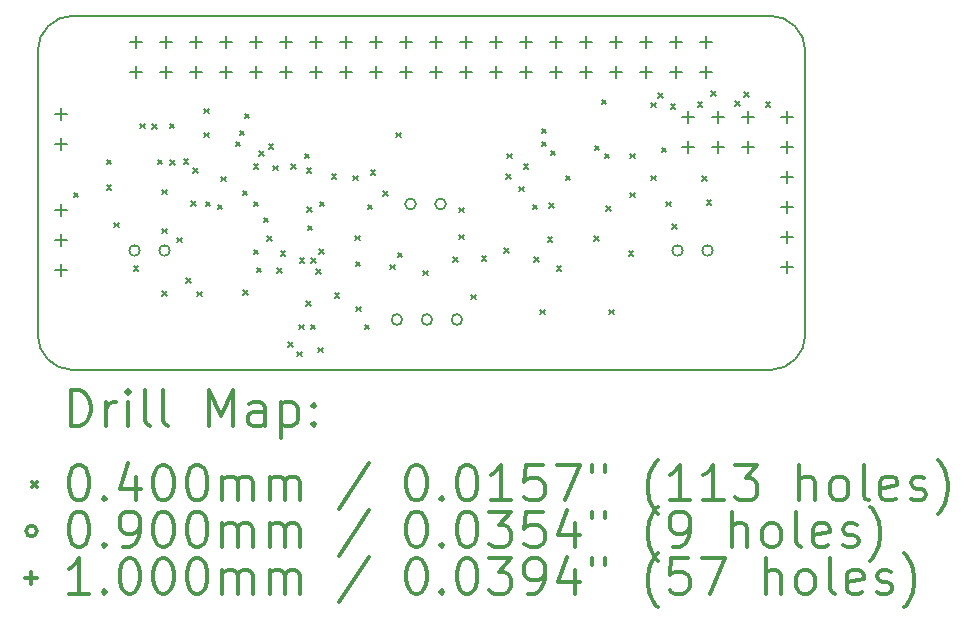
<source format=gbr>
%FSLAX45Y45*%
G04 Gerber Fmt 4.5, Leading zero omitted, Abs format (unit mm)*
G04 Created by KiCad (PCBNEW (5.1.10-1-10_14)) date 2021-10-18 21:09:25*
%MOMM*%
%LPD*%
G01*
G04 APERTURE LIST*
%TA.AperFunction,Profile*%
%ADD10C,0.150000*%
%TD*%
%ADD11C,0.200000*%
%ADD12C,0.300000*%
G04 APERTURE END LIST*
D10*
X12103200Y-12106800D02*
X12053200Y-12106800D01*
X17903200Y-12106800D02*
X17953200Y-12106800D01*
X18253200Y-9406800D02*
X18253200Y-11806800D01*
X12053200Y-9106800D02*
X17953200Y-9106800D01*
X11753200Y-11806800D02*
X11753200Y-9406800D01*
X11753200Y-9406800D02*
G75*
G02*
X12053200Y-9106800I300000J0D01*
G01*
X12053200Y-12106800D02*
G75*
G02*
X11753200Y-11806800I0J300000D01*
G01*
X18253200Y-11806800D02*
G75*
G02*
X17953200Y-12106800I-300000J0D01*
G01*
X17953200Y-9106800D02*
G75*
G02*
X18253200Y-9406800I0J-300000D01*
G01*
X12103200Y-12106800D02*
X17903200Y-12106800D01*
D11*
X12057800Y-10605200D02*
X12097800Y-10645200D01*
X12097800Y-10605200D02*
X12057800Y-10645200D01*
X12337200Y-10325800D02*
X12377200Y-10365800D01*
X12377200Y-10325800D02*
X12337200Y-10365800D01*
X12337200Y-10541700D02*
X12377200Y-10581700D01*
X12377200Y-10541700D02*
X12337200Y-10581700D01*
X12400700Y-10859200D02*
X12440700Y-10899200D01*
X12440700Y-10859200D02*
X12400700Y-10899200D01*
X12565800Y-11227500D02*
X12605800Y-11267500D01*
X12605800Y-11227500D02*
X12565800Y-11267500D01*
X12618199Y-10021000D02*
X12658199Y-10061000D01*
X12658199Y-10021000D02*
X12618199Y-10061000D01*
X12720634Y-10023603D02*
X12760634Y-10063603D01*
X12760634Y-10023603D02*
X12720634Y-10063603D01*
X12769466Y-10326266D02*
X12809466Y-10366266D01*
X12809466Y-10326266D02*
X12769466Y-10366266D01*
X12806899Y-10910872D02*
X12846899Y-10950872D01*
X12846899Y-10910872D02*
X12806899Y-10950872D01*
X12807100Y-11439701D02*
X12847100Y-11479701D01*
X12847100Y-11439701D02*
X12807100Y-11479701D01*
X12808261Y-10580029D02*
X12848261Y-10620029D01*
X12848261Y-10580029D02*
X12808261Y-10620029D01*
X12871066Y-10021000D02*
X12911066Y-10061000D01*
X12911066Y-10021000D02*
X12871066Y-10061000D01*
X12872199Y-10326870D02*
X12912199Y-10366870D01*
X12912199Y-10326870D02*
X12872199Y-10366870D01*
X12934100Y-10986200D02*
X12974100Y-11026200D01*
X12974100Y-10986200D02*
X12934100Y-11026200D01*
X12988393Y-10321812D02*
X13028393Y-10361812D01*
X13028393Y-10321812D02*
X12988393Y-10361812D01*
X13010300Y-11329100D02*
X13050300Y-11369100D01*
X13050300Y-11329100D02*
X13010300Y-11369100D01*
X13053400Y-10677701D02*
X13093400Y-10717701D01*
X13093400Y-10677701D02*
X13053400Y-10717701D01*
X13069384Y-10397226D02*
X13109384Y-10437226D01*
X13109384Y-10397226D02*
X13069384Y-10437226D01*
X13105993Y-11443239D02*
X13145993Y-11483239D01*
X13145993Y-11443239D02*
X13105993Y-11483239D01*
X13162700Y-9894000D02*
X13202700Y-9934000D01*
X13202700Y-9894000D02*
X13162700Y-9934000D01*
X13162700Y-10097200D02*
X13202700Y-10137200D01*
X13202700Y-10097200D02*
X13162700Y-10137200D01*
X13175400Y-10680803D02*
X13215400Y-10720803D01*
X13215400Y-10680803D02*
X13175400Y-10720803D01*
X13277000Y-10706800D02*
X13317000Y-10746800D01*
X13317000Y-10706800D02*
X13277000Y-10746800D01*
X13309215Y-10469727D02*
X13349215Y-10509727D01*
X13349215Y-10469727D02*
X13309215Y-10509727D01*
X13429192Y-10173978D02*
X13469192Y-10213978D01*
X13469192Y-10173978D02*
X13429192Y-10213978D01*
X13463069Y-10079890D02*
X13503069Y-10119890D01*
X13503069Y-10079890D02*
X13463069Y-10119890D01*
X13489598Y-10588801D02*
X13529598Y-10628801D01*
X13529598Y-10588801D02*
X13489598Y-10628801D01*
X13493698Y-11430700D02*
X13533698Y-11470700D01*
X13533698Y-11430700D02*
X13493698Y-11470700D01*
X13505600Y-9935302D02*
X13545600Y-9975302D01*
X13545600Y-9935302D02*
X13505600Y-9975302D01*
X13581800Y-10363900D02*
X13621800Y-10403900D01*
X13621800Y-10363900D02*
X13581800Y-10403900D01*
X13581800Y-10681400D02*
X13621800Y-10721400D01*
X13621800Y-10681400D02*
X13581800Y-10721400D01*
X13581800Y-11087800D02*
X13621800Y-11127800D01*
X13621800Y-11087800D02*
X13581800Y-11127800D01*
X13607200Y-11240200D02*
X13647200Y-11280200D01*
X13647200Y-11240200D02*
X13607200Y-11280200D01*
X13627129Y-10250857D02*
X13667129Y-10290857D01*
X13667129Y-10250857D02*
X13627129Y-10290857D01*
X13667654Y-10817122D02*
X13707654Y-10857122D01*
X13707654Y-10817122D02*
X13667654Y-10857122D01*
X13696100Y-10973500D02*
X13736100Y-11013500D01*
X13736100Y-10973500D02*
X13696100Y-11013500D01*
X13708698Y-10193006D02*
X13748698Y-10233006D01*
X13748698Y-10193006D02*
X13708698Y-10233006D01*
X13746900Y-10376600D02*
X13786900Y-10416600D01*
X13786900Y-10376600D02*
X13746900Y-10416600D01*
X13783309Y-11245501D02*
X13823309Y-11285501D01*
X13823309Y-11245501D02*
X13783309Y-11285501D01*
X13810400Y-11100500D02*
X13850400Y-11140500D01*
X13850400Y-11100500D02*
X13810400Y-11140500D01*
X13873900Y-11872401D02*
X13913900Y-11912401D01*
X13913900Y-11872401D02*
X13873900Y-11912401D01*
X13899300Y-10363900D02*
X13939300Y-10403900D01*
X13939300Y-10363900D02*
X13899300Y-10403900D01*
X13950100Y-11951400D02*
X13990100Y-11991400D01*
X13990100Y-11951400D02*
X13950100Y-11991400D01*
X13964399Y-11722800D02*
X14004399Y-11762800D01*
X14004399Y-11722800D02*
X13964399Y-11762800D01*
X13971380Y-11160926D02*
X14011380Y-11200926D01*
X14011380Y-11160926D02*
X13971380Y-11200926D01*
X14013600Y-10275000D02*
X14053600Y-10315000D01*
X14053600Y-10275000D02*
X14013600Y-10315000D01*
X14029365Y-11525644D02*
X14069365Y-11565644D01*
X14069365Y-11525644D02*
X14029365Y-11565644D01*
X14031231Y-10395163D02*
X14071231Y-10435163D01*
X14071231Y-10395163D02*
X14031231Y-10435163D01*
X14035876Y-10728693D02*
X14075876Y-10768693D01*
X14075876Y-10728693D02*
X14035876Y-10768693D01*
X14040180Y-10883384D02*
X14080180Y-10923384D01*
X14080180Y-10883384D02*
X14040180Y-10923384D01*
X14064400Y-11722800D02*
X14104400Y-11762800D01*
X14104400Y-11722800D02*
X14064400Y-11762800D01*
X14071345Y-11158238D02*
X14111345Y-11198238D01*
X14111345Y-11158238D02*
X14071345Y-11198238D01*
X14110932Y-11250070D02*
X14150932Y-11290070D01*
X14150932Y-11250070D02*
X14110932Y-11290070D01*
X14128231Y-11917403D02*
X14168231Y-11957403D01*
X14168231Y-11917403D02*
X14128231Y-11957403D01*
X14137691Y-11083416D02*
X14177691Y-11123416D01*
X14177691Y-11083416D02*
X14137691Y-11123416D01*
X14140600Y-10681400D02*
X14180600Y-10721400D01*
X14180600Y-10681400D02*
X14140600Y-10721400D01*
X14242200Y-10449101D02*
X14282200Y-10489101D01*
X14282200Y-10449101D02*
X14242200Y-10489101D01*
X14267600Y-11458301D02*
X14307600Y-11498301D01*
X14307600Y-11458301D02*
X14267600Y-11498301D01*
X14427399Y-10460625D02*
X14467399Y-10500625D01*
X14467399Y-10460625D02*
X14427399Y-10500625D01*
X14442198Y-10969088D02*
X14482198Y-11009088D01*
X14482198Y-10969088D02*
X14442198Y-11009088D01*
X14445400Y-11189400D02*
X14485400Y-11229400D01*
X14485400Y-11189400D02*
X14445400Y-11229400D01*
X14449099Y-11570400D02*
X14489099Y-11610400D01*
X14489099Y-11570400D02*
X14449099Y-11610400D01*
X14521600Y-11722800D02*
X14561600Y-11762800D01*
X14561600Y-11722800D02*
X14521600Y-11762800D01*
X14547000Y-10706800D02*
X14587000Y-10746800D01*
X14587000Y-10706800D02*
X14547000Y-10746800D01*
X14572400Y-10414700D02*
X14612400Y-10454700D01*
X14612400Y-10414700D02*
X14572400Y-10454700D01*
X14675593Y-10589298D02*
X14715593Y-10629298D01*
X14715593Y-10589298D02*
X14675593Y-10629298D01*
X14737500Y-11214800D02*
X14777500Y-11254800D01*
X14777500Y-11214800D02*
X14737500Y-11254800D01*
X14788200Y-10097200D02*
X14828200Y-10137200D01*
X14828200Y-10097200D02*
X14788200Y-10137200D01*
X14801000Y-11113200D02*
X14841000Y-11153200D01*
X14841000Y-11113200D02*
X14801000Y-11153200D01*
X15016900Y-11265600D02*
X15056900Y-11305600D01*
X15056900Y-11265600D02*
X15016900Y-11305600D01*
X15270900Y-11151300D02*
X15310900Y-11191300D01*
X15310900Y-11151300D02*
X15270900Y-11191300D01*
X15321700Y-10732200D02*
X15361700Y-10772200D01*
X15361700Y-10732200D02*
X15321700Y-10772200D01*
X15321700Y-10960800D02*
X15361700Y-11000800D01*
X15361700Y-10960800D02*
X15321700Y-11000800D01*
X15423300Y-11468800D02*
X15463300Y-11508800D01*
X15463300Y-11468800D02*
X15423300Y-11508800D01*
X15512100Y-11143300D02*
X15552100Y-11183300D01*
X15552100Y-11143300D02*
X15512100Y-11183300D01*
X15702700Y-11075100D02*
X15742700Y-11115100D01*
X15742700Y-11075100D02*
X15702700Y-11115100D01*
X15719099Y-10446513D02*
X15759099Y-10486513D01*
X15759099Y-10446513D02*
X15719099Y-10486513D01*
X15728100Y-10275000D02*
X15768100Y-10315000D01*
X15768100Y-10275000D02*
X15728100Y-10315000D01*
X15829700Y-10554400D02*
X15869700Y-10594400D01*
X15869700Y-10554400D02*
X15829700Y-10594400D01*
X15867800Y-10363900D02*
X15907800Y-10403900D01*
X15907800Y-10363900D02*
X15867800Y-10403900D01*
X15944000Y-10706800D02*
X15984000Y-10746800D01*
X15984000Y-10706800D02*
X15944000Y-10746800D01*
X15956700Y-11151300D02*
X15996700Y-11191300D01*
X15996700Y-11151300D02*
X15956700Y-11191300D01*
X16007500Y-11595800D02*
X16047500Y-11635800D01*
X16047500Y-11595800D02*
X16007500Y-11635800D01*
X16020200Y-10063404D02*
X16060200Y-10103404D01*
X16060200Y-10063404D02*
X16020200Y-10103404D01*
X16020200Y-10173400D02*
X16060200Y-10213400D01*
X16060200Y-10173400D02*
X16020200Y-10213400D01*
X16071000Y-10981400D02*
X16111000Y-11021400D01*
X16111000Y-10981400D02*
X16071000Y-11021400D01*
X16083700Y-10694100D02*
X16123700Y-10734100D01*
X16123700Y-10694100D02*
X16083700Y-10734100D01*
X16096400Y-10249600D02*
X16136400Y-10289600D01*
X16136400Y-10249600D02*
X16096400Y-10289600D01*
X16147200Y-11227500D02*
X16187200Y-11267500D01*
X16187200Y-11227500D02*
X16147200Y-11267500D01*
X16223400Y-10461801D02*
X16263400Y-10501801D01*
X16263400Y-10461801D02*
X16223400Y-10501801D01*
X16464700Y-10973500D02*
X16504700Y-11013500D01*
X16504700Y-10973500D02*
X16464700Y-11013500D01*
X16469518Y-10207023D02*
X16509518Y-10247023D01*
X16509518Y-10207023D02*
X16469518Y-10247023D01*
X16528200Y-9817800D02*
X16568200Y-9857800D01*
X16568200Y-9817800D02*
X16528200Y-9857800D01*
X16553600Y-10275000D02*
X16593600Y-10315000D01*
X16593600Y-10275000D02*
X16553600Y-10315000D01*
X16566300Y-10719500D02*
X16606300Y-10759500D01*
X16606300Y-10719500D02*
X16566300Y-10759500D01*
X16591700Y-11595800D02*
X16631700Y-11635800D01*
X16631700Y-11595800D02*
X16591700Y-11635800D01*
X16756800Y-11100500D02*
X16796800Y-11140500D01*
X16796800Y-11100500D02*
X16756800Y-11140500D01*
X16769500Y-10275001D02*
X16809500Y-10315001D01*
X16809500Y-10275001D02*
X16769500Y-10315001D01*
X16769500Y-10605200D02*
X16809500Y-10645200D01*
X16809500Y-10605200D02*
X16769500Y-10645200D01*
X16944598Y-10461801D02*
X16984598Y-10501801D01*
X16984598Y-10461801D02*
X16944598Y-10501801D01*
X16946181Y-9843388D02*
X16986181Y-9883388D01*
X16986181Y-9843388D02*
X16946181Y-9883388D01*
X17007149Y-9764121D02*
X17047149Y-9804121D01*
X17047149Y-9764121D02*
X17007149Y-9804121D01*
X17036200Y-10224200D02*
X17076200Y-10264200D01*
X17076200Y-10224200D02*
X17036200Y-10264200D01*
X17074300Y-10681400D02*
X17114300Y-10721400D01*
X17114300Y-10681400D02*
X17074300Y-10721400D01*
X17112400Y-9854800D02*
X17152400Y-9894800D01*
X17152400Y-9854800D02*
X17112400Y-9894800D01*
X17125100Y-10871900D02*
X17165100Y-10911900D01*
X17165100Y-10871900D02*
X17125100Y-10911900D01*
X17341000Y-9839501D02*
X17381000Y-9879501D01*
X17381000Y-9839501D02*
X17341000Y-9879501D01*
X17379100Y-10465500D02*
X17419100Y-10505500D01*
X17419100Y-10465500D02*
X17379100Y-10505500D01*
X17417200Y-10668700D02*
X17457200Y-10708700D01*
X17457200Y-10668700D02*
X17417200Y-10708700D01*
X17455300Y-9745299D02*
X17495300Y-9785299D01*
X17495300Y-9745299D02*
X17455300Y-9785299D01*
X17661700Y-9827300D02*
X17701700Y-9867300D01*
X17701700Y-9827300D02*
X17661700Y-9867300D01*
X17736992Y-9754799D02*
X17776992Y-9794799D01*
X17776992Y-9754799D02*
X17736992Y-9794799D01*
X17917366Y-9838334D02*
X17957366Y-9878334D01*
X17957366Y-9838334D02*
X17917366Y-9878334D01*
X12618100Y-11095100D02*
G75*
G03*
X12618100Y-11095100I-45000J0D01*
G01*
X12872100Y-11095100D02*
G75*
G03*
X12872100Y-11095100I-45000J0D01*
G01*
X14840600Y-11679300D02*
G75*
G03*
X14840600Y-11679300I-45000J0D01*
G01*
X14954900Y-10701400D02*
G75*
G03*
X14954900Y-10701400I-45000J0D01*
G01*
X15094600Y-11679300D02*
G75*
G03*
X15094600Y-11679300I-45000J0D01*
G01*
X15208900Y-10701400D02*
G75*
G03*
X15208900Y-10701400I-45000J0D01*
G01*
X15348600Y-11679300D02*
G75*
G03*
X15348600Y-11679300I-45000J0D01*
G01*
X17215500Y-11095100D02*
G75*
G03*
X17215500Y-11095100I-45000J0D01*
G01*
X17469500Y-11095100D02*
G75*
G03*
X17469500Y-11095100I-45000J0D01*
G01*
X11950800Y-9889400D02*
X11950800Y-9989400D01*
X11900800Y-9939400D02*
X12000800Y-9939400D01*
X11950800Y-10143400D02*
X11950800Y-10243400D01*
X11900800Y-10193400D02*
X12000800Y-10193400D01*
X11950800Y-10702200D02*
X11950800Y-10802200D01*
X11900800Y-10752200D02*
X12000800Y-10752200D01*
X11950800Y-10956200D02*
X11950800Y-11056200D01*
X11900800Y-11006200D02*
X12000800Y-11006200D01*
X11950800Y-11210200D02*
X11950800Y-11310200D01*
X11900800Y-11260200D02*
X12000800Y-11260200D01*
X12585800Y-9279800D02*
X12585800Y-9379800D01*
X12535800Y-9329800D02*
X12635800Y-9329800D01*
X12585800Y-9533800D02*
X12585800Y-9633800D01*
X12535800Y-9583800D02*
X12635800Y-9583800D01*
X12839800Y-9279800D02*
X12839800Y-9379800D01*
X12789800Y-9329800D02*
X12889800Y-9329800D01*
X12839800Y-9533800D02*
X12839800Y-9633800D01*
X12789800Y-9583800D02*
X12889800Y-9583800D01*
X13093800Y-9279800D02*
X13093800Y-9379800D01*
X13043800Y-9329800D02*
X13143800Y-9329800D01*
X13093800Y-9533800D02*
X13093800Y-9633800D01*
X13043800Y-9583800D02*
X13143800Y-9583800D01*
X13347800Y-9279800D02*
X13347800Y-9379800D01*
X13297800Y-9329800D02*
X13397800Y-9329800D01*
X13347800Y-9533800D02*
X13347800Y-9633800D01*
X13297800Y-9583800D02*
X13397800Y-9583800D01*
X13601800Y-9279800D02*
X13601800Y-9379800D01*
X13551800Y-9329800D02*
X13651800Y-9329800D01*
X13601800Y-9533800D02*
X13601800Y-9633800D01*
X13551800Y-9583800D02*
X13651800Y-9583800D01*
X13855800Y-9279800D02*
X13855800Y-9379800D01*
X13805800Y-9329800D02*
X13905800Y-9329800D01*
X13855800Y-9533800D02*
X13855800Y-9633800D01*
X13805800Y-9583800D02*
X13905800Y-9583800D01*
X14109800Y-9279800D02*
X14109800Y-9379800D01*
X14059800Y-9329800D02*
X14159800Y-9329800D01*
X14109800Y-9533800D02*
X14109800Y-9633800D01*
X14059800Y-9583800D02*
X14159800Y-9583800D01*
X14363800Y-9279800D02*
X14363800Y-9379800D01*
X14313800Y-9329800D02*
X14413800Y-9329800D01*
X14363800Y-9533800D02*
X14363800Y-9633800D01*
X14313800Y-9583800D02*
X14413800Y-9583800D01*
X14617800Y-9279800D02*
X14617800Y-9379800D01*
X14567800Y-9329800D02*
X14667800Y-9329800D01*
X14617800Y-9533800D02*
X14617800Y-9633800D01*
X14567800Y-9583800D02*
X14667800Y-9583800D01*
X14871800Y-9279800D02*
X14871800Y-9379800D01*
X14821800Y-9329800D02*
X14921800Y-9329800D01*
X14871800Y-9533800D02*
X14871800Y-9633800D01*
X14821800Y-9583800D02*
X14921800Y-9583800D01*
X15125800Y-9279800D02*
X15125800Y-9379800D01*
X15075800Y-9329800D02*
X15175800Y-9329800D01*
X15125800Y-9533800D02*
X15125800Y-9633800D01*
X15075800Y-9583800D02*
X15175800Y-9583800D01*
X15379800Y-9279800D02*
X15379800Y-9379800D01*
X15329800Y-9329800D02*
X15429800Y-9329800D01*
X15379800Y-9533800D02*
X15379800Y-9633800D01*
X15329800Y-9583800D02*
X15429800Y-9583800D01*
X15633800Y-9279800D02*
X15633800Y-9379800D01*
X15583800Y-9329800D02*
X15683800Y-9329800D01*
X15633800Y-9533800D02*
X15633800Y-9633800D01*
X15583800Y-9583800D02*
X15683800Y-9583800D01*
X15887800Y-9279800D02*
X15887800Y-9379800D01*
X15837800Y-9329800D02*
X15937800Y-9329800D01*
X15887800Y-9533800D02*
X15887800Y-9633800D01*
X15837800Y-9583800D02*
X15937800Y-9583800D01*
X16141800Y-9279800D02*
X16141800Y-9379800D01*
X16091800Y-9329800D02*
X16191800Y-9329800D01*
X16141800Y-9533800D02*
X16141800Y-9633800D01*
X16091800Y-9583800D02*
X16191800Y-9583800D01*
X16395800Y-9279800D02*
X16395800Y-9379800D01*
X16345800Y-9329800D02*
X16445800Y-9329800D01*
X16395800Y-9533800D02*
X16395800Y-9633800D01*
X16345800Y-9583800D02*
X16445800Y-9583800D01*
X16649800Y-9279800D02*
X16649800Y-9379800D01*
X16599800Y-9329800D02*
X16699800Y-9329800D01*
X16649800Y-9533800D02*
X16649800Y-9633800D01*
X16599800Y-9583800D02*
X16699800Y-9583800D01*
X16903800Y-9279800D02*
X16903800Y-9379800D01*
X16853800Y-9329800D02*
X16953800Y-9329800D01*
X16903800Y-9533800D02*
X16903800Y-9633800D01*
X16853800Y-9583800D02*
X16953800Y-9583800D01*
X17157800Y-9279800D02*
X17157800Y-9379800D01*
X17107800Y-9329800D02*
X17207800Y-9329800D01*
X17157800Y-9533800D02*
X17157800Y-9633800D01*
X17107800Y-9583800D02*
X17207800Y-9583800D01*
X17259400Y-9914800D02*
X17259400Y-10014800D01*
X17209400Y-9964800D02*
X17309400Y-9964800D01*
X17259400Y-10168800D02*
X17259400Y-10268800D01*
X17209400Y-10218800D02*
X17309400Y-10218800D01*
X17411800Y-9279800D02*
X17411800Y-9379800D01*
X17361800Y-9329800D02*
X17461800Y-9329800D01*
X17411800Y-9533800D02*
X17411800Y-9633800D01*
X17361800Y-9583800D02*
X17461800Y-9583800D01*
X17513400Y-9914800D02*
X17513400Y-10014800D01*
X17463400Y-9964800D02*
X17563400Y-9964800D01*
X17513400Y-10168800D02*
X17513400Y-10268800D01*
X17463400Y-10218800D02*
X17563400Y-10218800D01*
X17767400Y-9914800D02*
X17767400Y-10014800D01*
X17717400Y-9964800D02*
X17817400Y-9964800D01*
X17767400Y-10168800D02*
X17767400Y-10268800D01*
X17717400Y-10218800D02*
X17817400Y-10218800D01*
X18097600Y-9914800D02*
X18097600Y-10014800D01*
X18047600Y-9964800D02*
X18147600Y-9964800D01*
X18097600Y-10168800D02*
X18097600Y-10268800D01*
X18047600Y-10218800D02*
X18147600Y-10218800D01*
X18097600Y-10422800D02*
X18097600Y-10522800D01*
X18047600Y-10472800D02*
X18147600Y-10472800D01*
X18097600Y-10676800D02*
X18097600Y-10776800D01*
X18047600Y-10726800D02*
X18147600Y-10726800D01*
X18097600Y-10930800D02*
X18097600Y-11030800D01*
X18047600Y-10980800D02*
X18147600Y-10980800D01*
X18097600Y-11184800D02*
X18097600Y-11284800D01*
X18047600Y-11234800D02*
X18147600Y-11234800D01*
D12*
X12032128Y-12580014D02*
X12032128Y-12280014D01*
X12103557Y-12280014D01*
X12146414Y-12294300D01*
X12174986Y-12322871D01*
X12189271Y-12351443D01*
X12203557Y-12408586D01*
X12203557Y-12451443D01*
X12189271Y-12508586D01*
X12174986Y-12537157D01*
X12146414Y-12565729D01*
X12103557Y-12580014D01*
X12032128Y-12580014D01*
X12332128Y-12580014D02*
X12332128Y-12380014D01*
X12332128Y-12437157D02*
X12346414Y-12408586D01*
X12360700Y-12394300D01*
X12389271Y-12380014D01*
X12417843Y-12380014D01*
X12517843Y-12580014D02*
X12517843Y-12380014D01*
X12517843Y-12280014D02*
X12503557Y-12294300D01*
X12517843Y-12308586D01*
X12532128Y-12294300D01*
X12517843Y-12280014D01*
X12517843Y-12308586D01*
X12703557Y-12580014D02*
X12674986Y-12565729D01*
X12660700Y-12537157D01*
X12660700Y-12280014D01*
X12860700Y-12580014D02*
X12832128Y-12565729D01*
X12817843Y-12537157D01*
X12817843Y-12280014D01*
X13203557Y-12580014D02*
X13203557Y-12280014D01*
X13303557Y-12494300D01*
X13403557Y-12280014D01*
X13403557Y-12580014D01*
X13674986Y-12580014D02*
X13674986Y-12422871D01*
X13660700Y-12394300D01*
X13632128Y-12380014D01*
X13574986Y-12380014D01*
X13546414Y-12394300D01*
X13674986Y-12565729D02*
X13646414Y-12580014D01*
X13574986Y-12580014D01*
X13546414Y-12565729D01*
X13532128Y-12537157D01*
X13532128Y-12508586D01*
X13546414Y-12480014D01*
X13574986Y-12465729D01*
X13646414Y-12465729D01*
X13674986Y-12451443D01*
X13817843Y-12380014D02*
X13817843Y-12680014D01*
X13817843Y-12394300D02*
X13846414Y-12380014D01*
X13903557Y-12380014D01*
X13932128Y-12394300D01*
X13946414Y-12408586D01*
X13960700Y-12437157D01*
X13960700Y-12522871D01*
X13946414Y-12551443D01*
X13932128Y-12565729D01*
X13903557Y-12580014D01*
X13846414Y-12580014D01*
X13817843Y-12565729D01*
X14089271Y-12551443D02*
X14103557Y-12565729D01*
X14089271Y-12580014D01*
X14074986Y-12565729D01*
X14089271Y-12551443D01*
X14089271Y-12580014D01*
X14089271Y-12394300D02*
X14103557Y-12408586D01*
X14089271Y-12422871D01*
X14074986Y-12408586D01*
X14089271Y-12394300D01*
X14089271Y-12422871D01*
X11705700Y-13054300D02*
X11745700Y-13094300D01*
X11745700Y-13054300D02*
X11705700Y-13094300D01*
X12089271Y-12910014D02*
X12117843Y-12910014D01*
X12146414Y-12924300D01*
X12160700Y-12938586D01*
X12174986Y-12967157D01*
X12189271Y-13024300D01*
X12189271Y-13095729D01*
X12174986Y-13152871D01*
X12160700Y-13181443D01*
X12146414Y-13195729D01*
X12117843Y-13210014D01*
X12089271Y-13210014D01*
X12060700Y-13195729D01*
X12046414Y-13181443D01*
X12032128Y-13152871D01*
X12017843Y-13095729D01*
X12017843Y-13024300D01*
X12032128Y-12967157D01*
X12046414Y-12938586D01*
X12060700Y-12924300D01*
X12089271Y-12910014D01*
X12317843Y-13181443D02*
X12332128Y-13195729D01*
X12317843Y-13210014D01*
X12303557Y-13195729D01*
X12317843Y-13181443D01*
X12317843Y-13210014D01*
X12589271Y-13010014D02*
X12589271Y-13210014D01*
X12517843Y-12895729D02*
X12446414Y-13110014D01*
X12632128Y-13110014D01*
X12803557Y-12910014D02*
X12832128Y-12910014D01*
X12860700Y-12924300D01*
X12874986Y-12938586D01*
X12889271Y-12967157D01*
X12903557Y-13024300D01*
X12903557Y-13095729D01*
X12889271Y-13152871D01*
X12874986Y-13181443D01*
X12860700Y-13195729D01*
X12832128Y-13210014D01*
X12803557Y-13210014D01*
X12774986Y-13195729D01*
X12760700Y-13181443D01*
X12746414Y-13152871D01*
X12732128Y-13095729D01*
X12732128Y-13024300D01*
X12746414Y-12967157D01*
X12760700Y-12938586D01*
X12774986Y-12924300D01*
X12803557Y-12910014D01*
X13089271Y-12910014D02*
X13117843Y-12910014D01*
X13146414Y-12924300D01*
X13160700Y-12938586D01*
X13174986Y-12967157D01*
X13189271Y-13024300D01*
X13189271Y-13095729D01*
X13174986Y-13152871D01*
X13160700Y-13181443D01*
X13146414Y-13195729D01*
X13117843Y-13210014D01*
X13089271Y-13210014D01*
X13060700Y-13195729D01*
X13046414Y-13181443D01*
X13032128Y-13152871D01*
X13017843Y-13095729D01*
X13017843Y-13024300D01*
X13032128Y-12967157D01*
X13046414Y-12938586D01*
X13060700Y-12924300D01*
X13089271Y-12910014D01*
X13317843Y-13210014D02*
X13317843Y-13010014D01*
X13317843Y-13038586D02*
X13332128Y-13024300D01*
X13360700Y-13010014D01*
X13403557Y-13010014D01*
X13432128Y-13024300D01*
X13446414Y-13052871D01*
X13446414Y-13210014D01*
X13446414Y-13052871D02*
X13460700Y-13024300D01*
X13489271Y-13010014D01*
X13532128Y-13010014D01*
X13560700Y-13024300D01*
X13574986Y-13052871D01*
X13574986Y-13210014D01*
X13717843Y-13210014D02*
X13717843Y-13010014D01*
X13717843Y-13038586D02*
X13732128Y-13024300D01*
X13760700Y-13010014D01*
X13803557Y-13010014D01*
X13832128Y-13024300D01*
X13846414Y-13052871D01*
X13846414Y-13210014D01*
X13846414Y-13052871D02*
X13860700Y-13024300D01*
X13889271Y-13010014D01*
X13932128Y-13010014D01*
X13960700Y-13024300D01*
X13974986Y-13052871D01*
X13974986Y-13210014D01*
X14560700Y-12895729D02*
X14303557Y-13281443D01*
X14946414Y-12910014D02*
X14974986Y-12910014D01*
X15003557Y-12924300D01*
X15017843Y-12938586D01*
X15032128Y-12967157D01*
X15046414Y-13024300D01*
X15046414Y-13095729D01*
X15032128Y-13152871D01*
X15017843Y-13181443D01*
X15003557Y-13195729D01*
X14974986Y-13210014D01*
X14946414Y-13210014D01*
X14917843Y-13195729D01*
X14903557Y-13181443D01*
X14889271Y-13152871D01*
X14874986Y-13095729D01*
X14874986Y-13024300D01*
X14889271Y-12967157D01*
X14903557Y-12938586D01*
X14917843Y-12924300D01*
X14946414Y-12910014D01*
X15174986Y-13181443D02*
X15189271Y-13195729D01*
X15174986Y-13210014D01*
X15160700Y-13195729D01*
X15174986Y-13181443D01*
X15174986Y-13210014D01*
X15374986Y-12910014D02*
X15403557Y-12910014D01*
X15432128Y-12924300D01*
X15446414Y-12938586D01*
X15460700Y-12967157D01*
X15474986Y-13024300D01*
X15474986Y-13095729D01*
X15460700Y-13152871D01*
X15446414Y-13181443D01*
X15432128Y-13195729D01*
X15403557Y-13210014D01*
X15374986Y-13210014D01*
X15346414Y-13195729D01*
X15332128Y-13181443D01*
X15317843Y-13152871D01*
X15303557Y-13095729D01*
X15303557Y-13024300D01*
X15317843Y-12967157D01*
X15332128Y-12938586D01*
X15346414Y-12924300D01*
X15374986Y-12910014D01*
X15760700Y-13210014D02*
X15589271Y-13210014D01*
X15674986Y-13210014D02*
X15674986Y-12910014D01*
X15646414Y-12952871D01*
X15617843Y-12981443D01*
X15589271Y-12995729D01*
X16032128Y-12910014D02*
X15889271Y-12910014D01*
X15874986Y-13052871D01*
X15889271Y-13038586D01*
X15917843Y-13024300D01*
X15989271Y-13024300D01*
X16017843Y-13038586D01*
X16032128Y-13052871D01*
X16046414Y-13081443D01*
X16046414Y-13152871D01*
X16032128Y-13181443D01*
X16017843Y-13195729D01*
X15989271Y-13210014D01*
X15917843Y-13210014D01*
X15889271Y-13195729D01*
X15874986Y-13181443D01*
X16146414Y-12910014D02*
X16346414Y-12910014D01*
X16217843Y-13210014D01*
X16446414Y-12910014D02*
X16446414Y-12967157D01*
X16560700Y-12910014D02*
X16560700Y-12967157D01*
X17003557Y-13324300D02*
X16989271Y-13310014D01*
X16960700Y-13267157D01*
X16946414Y-13238586D01*
X16932128Y-13195729D01*
X16917843Y-13124300D01*
X16917843Y-13067157D01*
X16932128Y-12995729D01*
X16946414Y-12952871D01*
X16960700Y-12924300D01*
X16989271Y-12881443D01*
X17003557Y-12867157D01*
X17274986Y-13210014D02*
X17103557Y-13210014D01*
X17189271Y-13210014D02*
X17189271Y-12910014D01*
X17160700Y-12952871D01*
X17132128Y-12981443D01*
X17103557Y-12995729D01*
X17560700Y-13210014D02*
X17389271Y-13210014D01*
X17474986Y-13210014D02*
X17474986Y-12910014D01*
X17446414Y-12952871D01*
X17417843Y-12981443D01*
X17389271Y-12995729D01*
X17660700Y-12910014D02*
X17846414Y-12910014D01*
X17746414Y-13024300D01*
X17789271Y-13024300D01*
X17817843Y-13038586D01*
X17832128Y-13052871D01*
X17846414Y-13081443D01*
X17846414Y-13152871D01*
X17832128Y-13181443D01*
X17817843Y-13195729D01*
X17789271Y-13210014D01*
X17703557Y-13210014D01*
X17674986Y-13195729D01*
X17660700Y-13181443D01*
X18203557Y-13210014D02*
X18203557Y-12910014D01*
X18332128Y-13210014D02*
X18332128Y-13052871D01*
X18317843Y-13024300D01*
X18289271Y-13010014D01*
X18246414Y-13010014D01*
X18217843Y-13024300D01*
X18203557Y-13038586D01*
X18517843Y-13210014D02*
X18489271Y-13195729D01*
X18474986Y-13181443D01*
X18460700Y-13152871D01*
X18460700Y-13067157D01*
X18474986Y-13038586D01*
X18489271Y-13024300D01*
X18517843Y-13010014D01*
X18560700Y-13010014D01*
X18589271Y-13024300D01*
X18603557Y-13038586D01*
X18617843Y-13067157D01*
X18617843Y-13152871D01*
X18603557Y-13181443D01*
X18589271Y-13195729D01*
X18560700Y-13210014D01*
X18517843Y-13210014D01*
X18789271Y-13210014D02*
X18760700Y-13195729D01*
X18746414Y-13167157D01*
X18746414Y-12910014D01*
X19017843Y-13195729D02*
X18989271Y-13210014D01*
X18932128Y-13210014D01*
X18903557Y-13195729D01*
X18889271Y-13167157D01*
X18889271Y-13052871D01*
X18903557Y-13024300D01*
X18932128Y-13010014D01*
X18989271Y-13010014D01*
X19017843Y-13024300D01*
X19032128Y-13052871D01*
X19032128Y-13081443D01*
X18889271Y-13110014D01*
X19146414Y-13195729D02*
X19174986Y-13210014D01*
X19232128Y-13210014D01*
X19260700Y-13195729D01*
X19274986Y-13167157D01*
X19274986Y-13152871D01*
X19260700Y-13124300D01*
X19232128Y-13110014D01*
X19189271Y-13110014D01*
X19160700Y-13095729D01*
X19146414Y-13067157D01*
X19146414Y-13052871D01*
X19160700Y-13024300D01*
X19189271Y-13010014D01*
X19232128Y-13010014D01*
X19260700Y-13024300D01*
X19374986Y-13324300D02*
X19389271Y-13310014D01*
X19417843Y-13267157D01*
X19432128Y-13238586D01*
X19446414Y-13195729D01*
X19460700Y-13124300D01*
X19460700Y-13067157D01*
X19446414Y-12995729D01*
X19432128Y-12952871D01*
X19417843Y-12924300D01*
X19389271Y-12881443D01*
X19374986Y-12867157D01*
X11745700Y-13470300D02*
G75*
G03*
X11745700Y-13470300I-45000J0D01*
G01*
X12089271Y-13306014D02*
X12117843Y-13306014D01*
X12146414Y-13320300D01*
X12160700Y-13334586D01*
X12174986Y-13363157D01*
X12189271Y-13420300D01*
X12189271Y-13491729D01*
X12174986Y-13548871D01*
X12160700Y-13577443D01*
X12146414Y-13591729D01*
X12117843Y-13606014D01*
X12089271Y-13606014D01*
X12060700Y-13591729D01*
X12046414Y-13577443D01*
X12032128Y-13548871D01*
X12017843Y-13491729D01*
X12017843Y-13420300D01*
X12032128Y-13363157D01*
X12046414Y-13334586D01*
X12060700Y-13320300D01*
X12089271Y-13306014D01*
X12317843Y-13577443D02*
X12332128Y-13591729D01*
X12317843Y-13606014D01*
X12303557Y-13591729D01*
X12317843Y-13577443D01*
X12317843Y-13606014D01*
X12474986Y-13606014D02*
X12532128Y-13606014D01*
X12560700Y-13591729D01*
X12574986Y-13577443D01*
X12603557Y-13534586D01*
X12617843Y-13477443D01*
X12617843Y-13363157D01*
X12603557Y-13334586D01*
X12589271Y-13320300D01*
X12560700Y-13306014D01*
X12503557Y-13306014D01*
X12474986Y-13320300D01*
X12460700Y-13334586D01*
X12446414Y-13363157D01*
X12446414Y-13434586D01*
X12460700Y-13463157D01*
X12474986Y-13477443D01*
X12503557Y-13491729D01*
X12560700Y-13491729D01*
X12589271Y-13477443D01*
X12603557Y-13463157D01*
X12617843Y-13434586D01*
X12803557Y-13306014D02*
X12832128Y-13306014D01*
X12860700Y-13320300D01*
X12874986Y-13334586D01*
X12889271Y-13363157D01*
X12903557Y-13420300D01*
X12903557Y-13491729D01*
X12889271Y-13548871D01*
X12874986Y-13577443D01*
X12860700Y-13591729D01*
X12832128Y-13606014D01*
X12803557Y-13606014D01*
X12774986Y-13591729D01*
X12760700Y-13577443D01*
X12746414Y-13548871D01*
X12732128Y-13491729D01*
X12732128Y-13420300D01*
X12746414Y-13363157D01*
X12760700Y-13334586D01*
X12774986Y-13320300D01*
X12803557Y-13306014D01*
X13089271Y-13306014D02*
X13117843Y-13306014D01*
X13146414Y-13320300D01*
X13160700Y-13334586D01*
X13174986Y-13363157D01*
X13189271Y-13420300D01*
X13189271Y-13491729D01*
X13174986Y-13548871D01*
X13160700Y-13577443D01*
X13146414Y-13591729D01*
X13117843Y-13606014D01*
X13089271Y-13606014D01*
X13060700Y-13591729D01*
X13046414Y-13577443D01*
X13032128Y-13548871D01*
X13017843Y-13491729D01*
X13017843Y-13420300D01*
X13032128Y-13363157D01*
X13046414Y-13334586D01*
X13060700Y-13320300D01*
X13089271Y-13306014D01*
X13317843Y-13606014D02*
X13317843Y-13406014D01*
X13317843Y-13434586D02*
X13332128Y-13420300D01*
X13360700Y-13406014D01*
X13403557Y-13406014D01*
X13432128Y-13420300D01*
X13446414Y-13448871D01*
X13446414Y-13606014D01*
X13446414Y-13448871D02*
X13460700Y-13420300D01*
X13489271Y-13406014D01*
X13532128Y-13406014D01*
X13560700Y-13420300D01*
X13574986Y-13448871D01*
X13574986Y-13606014D01*
X13717843Y-13606014D02*
X13717843Y-13406014D01*
X13717843Y-13434586D02*
X13732128Y-13420300D01*
X13760700Y-13406014D01*
X13803557Y-13406014D01*
X13832128Y-13420300D01*
X13846414Y-13448871D01*
X13846414Y-13606014D01*
X13846414Y-13448871D02*
X13860700Y-13420300D01*
X13889271Y-13406014D01*
X13932128Y-13406014D01*
X13960700Y-13420300D01*
X13974986Y-13448871D01*
X13974986Y-13606014D01*
X14560700Y-13291729D02*
X14303557Y-13677443D01*
X14946414Y-13306014D02*
X14974986Y-13306014D01*
X15003557Y-13320300D01*
X15017843Y-13334586D01*
X15032128Y-13363157D01*
X15046414Y-13420300D01*
X15046414Y-13491729D01*
X15032128Y-13548871D01*
X15017843Y-13577443D01*
X15003557Y-13591729D01*
X14974986Y-13606014D01*
X14946414Y-13606014D01*
X14917843Y-13591729D01*
X14903557Y-13577443D01*
X14889271Y-13548871D01*
X14874986Y-13491729D01*
X14874986Y-13420300D01*
X14889271Y-13363157D01*
X14903557Y-13334586D01*
X14917843Y-13320300D01*
X14946414Y-13306014D01*
X15174986Y-13577443D02*
X15189271Y-13591729D01*
X15174986Y-13606014D01*
X15160700Y-13591729D01*
X15174986Y-13577443D01*
X15174986Y-13606014D01*
X15374986Y-13306014D02*
X15403557Y-13306014D01*
X15432128Y-13320300D01*
X15446414Y-13334586D01*
X15460700Y-13363157D01*
X15474986Y-13420300D01*
X15474986Y-13491729D01*
X15460700Y-13548871D01*
X15446414Y-13577443D01*
X15432128Y-13591729D01*
X15403557Y-13606014D01*
X15374986Y-13606014D01*
X15346414Y-13591729D01*
X15332128Y-13577443D01*
X15317843Y-13548871D01*
X15303557Y-13491729D01*
X15303557Y-13420300D01*
X15317843Y-13363157D01*
X15332128Y-13334586D01*
X15346414Y-13320300D01*
X15374986Y-13306014D01*
X15574986Y-13306014D02*
X15760700Y-13306014D01*
X15660700Y-13420300D01*
X15703557Y-13420300D01*
X15732128Y-13434586D01*
X15746414Y-13448871D01*
X15760700Y-13477443D01*
X15760700Y-13548871D01*
X15746414Y-13577443D01*
X15732128Y-13591729D01*
X15703557Y-13606014D01*
X15617843Y-13606014D01*
X15589271Y-13591729D01*
X15574986Y-13577443D01*
X16032128Y-13306014D02*
X15889271Y-13306014D01*
X15874986Y-13448871D01*
X15889271Y-13434586D01*
X15917843Y-13420300D01*
X15989271Y-13420300D01*
X16017843Y-13434586D01*
X16032128Y-13448871D01*
X16046414Y-13477443D01*
X16046414Y-13548871D01*
X16032128Y-13577443D01*
X16017843Y-13591729D01*
X15989271Y-13606014D01*
X15917843Y-13606014D01*
X15889271Y-13591729D01*
X15874986Y-13577443D01*
X16303557Y-13406014D02*
X16303557Y-13606014D01*
X16232128Y-13291729D02*
X16160700Y-13506014D01*
X16346414Y-13506014D01*
X16446414Y-13306014D02*
X16446414Y-13363157D01*
X16560700Y-13306014D02*
X16560700Y-13363157D01*
X17003557Y-13720300D02*
X16989271Y-13706014D01*
X16960700Y-13663157D01*
X16946414Y-13634586D01*
X16932128Y-13591729D01*
X16917843Y-13520300D01*
X16917843Y-13463157D01*
X16932128Y-13391729D01*
X16946414Y-13348871D01*
X16960700Y-13320300D01*
X16989271Y-13277443D01*
X17003557Y-13263157D01*
X17132128Y-13606014D02*
X17189271Y-13606014D01*
X17217843Y-13591729D01*
X17232128Y-13577443D01*
X17260700Y-13534586D01*
X17274986Y-13477443D01*
X17274986Y-13363157D01*
X17260700Y-13334586D01*
X17246414Y-13320300D01*
X17217843Y-13306014D01*
X17160700Y-13306014D01*
X17132128Y-13320300D01*
X17117843Y-13334586D01*
X17103557Y-13363157D01*
X17103557Y-13434586D01*
X17117843Y-13463157D01*
X17132128Y-13477443D01*
X17160700Y-13491729D01*
X17217843Y-13491729D01*
X17246414Y-13477443D01*
X17260700Y-13463157D01*
X17274986Y-13434586D01*
X17632128Y-13606014D02*
X17632128Y-13306014D01*
X17760700Y-13606014D02*
X17760700Y-13448871D01*
X17746414Y-13420300D01*
X17717843Y-13406014D01*
X17674986Y-13406014D01*
X17646414Y-13420300D01*
X17632128Y-13434586D01*
X17946414Y-13606014D02*
X17917843Y-13591729D01*
X17903557Y-13577443D01*
X17889271Y-13548871D01*
X17889271Y-13463157D01*
X17903557Y-13434586D01*
X17917843Y-13420300D01*
X17946414Y-13406014D01*
X17989271Y-13406014D01*
X18017843Y-13420300D01*
X18032128Y-13434586D01*
X18046414Y-13463157D01*
X18046414Y-13548871D01*
X18032128Y-13577443D01*
X18017843Y-13591729D01*
X17989271Y-13606014D01*
X17946414Y-13606014D01*
X18217843Y-13606014D02*
X18189271Y-13591729D01*
X18174986Y-13563157D01*
X18174986Y-13306014D01*
X18446414Y-13591729D02*
X18417843Y-13606014D01*
X18360700Y-13606014D01*
X18332128Y-13591729D01*
X18317843Y-13563157D01*
X18317843Y-13448871D01*
X18332128Y-13420300D01*
X18360700Y-13406014D01*
X18417843Y-13406014D01*
X18446414Y-13420300D01*
X18460700Y-13448871D01*
X18460700Y-13477443D01*
X18317843Y-13506014D01*
X18574986Y-13591729D02*
X18603557Y-13606014D01*
X18660700Y-13606014D01*
X18689271Y-13591729D01*
X18703557Y-13563157D01*
X18703557Y-13548871D01*
X18689271Y-13520300D01*
X18660700Y-13506014D01*
X18617843Y-13506014D01*
X18589271Y-13491729D01*
X18574986Y-13463157D01*
X18574986Y-13448871D01*
X18589271Y-13420300D01*
X18617843Y-13406014D01*
X18660700Y-13406014D01*
X18689271Y-13420300D01*
X18803557Y-13720300D02*
X18817843Y-13706014D01*
X18846414Y-13663157D01*
X18860700Y-13634586D01*
X18874986Y-13591729D01*
X18889271Y-13520300D01*
X18889271Y-13463157D01*
X18874986Y-13391729D01*
X18860700Y-13348871D01*
X18846414Y-13320300D01*
X18817843Y-13277443D01*
X18803557Y-13263157D01*
X11695700Y-13816300D02*
X11695700Y-13916300D01*
X11645700Y-13866300D02*
X11745700Y-13866300D01*
X12189271Y-14002014D02*
X12017843Y-14002014D01*
X12103557Y-14002014D02*
X12103557Y-13702014D01*
X12074986Y-13744871D01*
X12046414Y-13773443D01*
X12017843Y-13787729D01*
X12317843Y-13973443D02*
X12332128Y-13987729D01*
X12317843Y-14002014D01*
X12303557Y-13987729D01*
X12317843Y-13973443D01*
X12317843Y-14002014D01*
X12517843Y-13702014D02*
X12546414Y-13702014D01*
X12574986Y-13716300D01*
X12589271Y-13730586D01*
X12603557Y-13759157D01*
X12617843Y-13816300D01*
X12617843Y-13887729D01*
X12603557Y-13944871D01*
X12589271Y-13973443D01*
X12574986Y-13987729D01*
X12546414Y-14002014D01*
X12517843Y-14002014D01*
X12489271Y-13987729D01*
X12474986Y-13973443D01*
X12460700Y-13944871D01*
X12446414Y-13887729D01*
X12446414Y-13816300D01*
X12460700Y-13759157D01*
X12474986Y-13730586D01*
X12489271Y-13716300D01*
X12517843Y-13702014D01*
X12803557Y-13702014D02*
X12832128Y-13702014D01*
X12860700Y-13716300D01*
X12874986Y-13730586D01*
X12889271Y-13759157D01*
X12903557Y-13816300D01*
X12903557Y-13887729D01*
X12889271Y-13944871D01*
X12874986Y-13973443D01*
X12860700Y-13987729D01*
X12832128Y-14002014D01*
X12803557Y-14002014D01*
X12774986Y-13987729D01*
X12760700Y-13973443D01*
X12746414Y-13944871D01*
X12732128Y-13887729D01*
X12732128Y-13816300D01*
X12746414Y-13759157D01*
X12760700Y-13730586D01*
X12774986Y-13716300D01*
X12803557Y-13702014D01*
X13089271Y-13702014D02*
X13117843Y-13702014D01*
X13146414Y-13716300D01*
X13160700Y-13730586D01*
X13174986Y-13759157D01*
X13189271Y-13816300D01*
X13189271Y-13887729D01*
X13174986Y-13944871D01*
X13160700Y-13973443D01*
X13146414Y-13987729D01*
X13117843Y-14002014D01*
X13089271Y-14002014D01*
X13060700Y-13987729D01*
X13046414Y-13973443D01*
X13032128Y-13944871D01*
X13017843Y-13887729D01*
X13017843Y-13816300D01*
X13032128Y-13759157D01*
X13046414Y-13730586D01*
X13060700Y-13716300D01*
X13089271Y-13702014D01*
X13317843Y-14002014D02*
X13317843Y-13802014D01*
X13317843Y-13830586D02*
X13332128Y-13816300D01*
X13360700Y-13802014D01*
X13403557Y-13802014D01*
X13432128Y-13816300D01*
X13446414Y-13844871D01*
X13446414Y-14002014D01*
X13446414Y-13844871D02*
X13460700Y-13816300D01*
X13489271Y-13802014D01*
X13532128Y-13802014D01*
X13560700Y-13816300D01*
X13574986Y-13844871D01*
X13574986Y-14002014D01*
X13717843Y-14002014D02*
X13717843Y-13802014D01*
X13717843Y-13830586D02*
X13732128Y-13816300D01*
X13760700Y-13802014D01*
X13803557Y-13802014D01*
X13832128Y-13816300D01*
X13846414Y-13844871D01*
X13846414Y-14002014D01*
X13846414Y-13844871D02*
X13860700Y-13816300D01*
X13889271Y-13802014D01*
X13932128Y-13802014D01*
X13960700Y-13816300D01*
X13974986Y-13844871D01*
X13974986Y-14002014D01*
X14560700Y-13687729D02*
X14303557Y-14073443D01*
X14946414Y-13702014D02*
X14974986Y-13702014D01*
X15003557Y-13716300D01*
X15017843Y-13730586D01*
X15032128Y-13759157D01*
X15046414Y-13816300D01*
X15046414Y-13887729D01*
X15032128Y-13944871D01*
X15017843Y-13973443D01*
X15003557Y-13987729D01*
X14974986Y-14002014D01*
X14946414Y-14002014D01*
X14917843Y-13987729D01*
X14903557Y-13973443D01*
X14889271Y-13944871D01*
X14874986Y-13887729D01*
X14874986Y-13816300D01*
X14889271Y-13759157D01*
X14903557Y-13730586D01*
X14917843Y-13716300D01*
X14946414Y-13702014D01*
X15174986Y-13973443D02*
X15189271Y-13987729D01*
X15174986Y-14002014D01*
X15160700Y-13987729D01*
X15174986Y-13973443D01*
X15174986Y-14002014D01*
X15374986Y-13702014D02*
X15403557Y-13702014D01*
X15432128Y-13716300D01*
X15446414Y-13730586D01*
X15460700Y-13759157D01*
X15474986Y-13816300D01*
X15474986Y-13887729D01*
X15460700Y-13944871D01*
X15446414Y-13973443D01*
X15432128Y-13987729D01*
X15403557Y-14002014D01*
X15374986Y-14002014D01*
X15346414Y-13987729D01*
X15332128Y-13973443D01*
X15317843Y-13944871D01*
X15303557Y-13887729D01*
X15303557Y-13816300D01*
X15317843Y-13759157D01*
X15332128Y-13730586D01*
X15346414Y-13716300D01*
X15374986Y-13702014D01*
X15574986Y-13702014D02*
X15760700Y-13702014D01*
X15660700Y-13816300D01*
X15703557Y-13816300D01*
X15732128Y-13830586D01*
X15746414Y-13844871D01*
X15760700Y-13873443D01*
X15760700Y-13944871D01*
X15746414Y-13973443D01*
X15732128Y-13987729D01*
X15703557Y-14002014D01*
X15617843Y-14002014D01*
X15589271Y-13987729D01*
X15574986Y-13973443D01*
X15903557Y-14002014D02*
X15960700Y-14002014D01*
X15989271Y-13987729D01*
X16003557Y-13973443D01*
X16032128Y-13930586D01*
X16046414Y-13873443D01*
X16046414Y-13759157D01*
X16032128Y-13730586D01*
X16017843Y-13716300D01*
X15989271Y-13702014D01*
X15932128Y-13702014D01*
X15903557Y-13716300D01*
X15889271Y-13730586D01*
X15874986Y-13759157D01*
X15874986Y-13830586D01*
X15889271Y-13859157D01*
X15903557Y-13873443D01*
X15932128Y-13887729D01*
X15989271Y-13887729D01*
X16017843Y-13873443D01*
X16032128Y-13859157D01*
X16046414Y-13830586D01*
X16303557Y-13802014D02*
X16303557Y-14002014D01*
X16232128Y-13687729D02*
X16160700Y-13902014D01*
X16346414Y-13902014D01*
X16446414Y-13702014D02*
X16446414Y-13759157D01*
X16560700Y-13702014D02*
X16560700Y-13759157D01*
X17003557Y-14116300D02*
X16989271Y-14102014D01*
X16960700Y-14059157D01*
X16946414Y-14030586D01*
X16932128Y-13987729D01*
X16917843Y-13916300D01*
X16917843Y-13859157D01*
X16932128Y-13787729D01*
X16946414Y-13744871D01*
X16960700Y-13716300D01*
X16989271Y-13673443D01*
X17003557Y-13659157D01*
X17260700Y-13702014D02*
X17117843Y-13702014D01*
X17103557Y-13844871D01*
X17117843Y-13830586D01*
X17146414Y-13816300D01*
X17217843Y-13816300D01*
X17246414Y-13830586D01*
X17260700Y-13844871D01*
X17274986Y-13873443D01*
X17274986Y-13944871D01*
X17260700Y-13973443D01*
X17246414Y-13987729D01*
X17217843Y-14002014D01*
X17146414Y-14002014D01*
X17117843Y-13987729D01*
X17103557Y-13973443D01*
X17374986Y-13702014D02*
X17574986Y-13702014D01*
X17446414Y-14002014D01*
X17917843Y-14002014D02*
X17917843Y-13702014D01*
X18046414Y-14002014D02*
X18046414Y-13844871D01*
X18032128Y-13816300D01*
X18003557Y-13802014D01*
X17960700Y-13802014D01*
X17932128Y-13816300D01*
X17917843Y-13830586D01*
X18232128Y-14002014D02*
X18203557Y-13987729D01*
X18189271Y-13973443D01*
X18174986Y-13944871D01*
X18174986Y-13859157D01*
X18189271Y-13830586D01*
X18203557Y-13816300D01*
X18232128Y-13802014D01*
X18274986Y-13802014D01*
X18303557Y-13816300D01*
X18317843Y-13830586D01*
X18332128Y-13859157D01*
X18332128Y-13944871D01*
X18317843Y-13973443D01*
X18303557Y-13987729D01*
X18274986Y-14002014D01*
X18232128Y-14002014D01*
X18503557Y-14002014D02*
X18474986Y-13987729D01*
X18460700Y-13959157D01*
X18460700Y-13702014D01*
X18732128Y-13987729D02*
X18703557Y-14002014D01*
X18646414Y-14002014D01*
X18617843Y-13987729D01*
X18603557Y-13959157D01*
X18603557Y-13844871D01*
X18617843Y-13816300D01*
X18646414Y-13802014D01*
X18703557Y-13802014D01*
X18732128Y-13816300D01*
X18746414Y-13844871D01*
X18746414Y-13873443D01*
X18603557Y-13902014D01*
X18860700Y-13987729D02*
X18889271Y-14002014D01*
X18946414Y-14002014D01*
X18974986Y-13987729D01*
X18989271Y-13959157D01*
X18989271Y-13944871D01*
X18974986Y-13916300D01*
X18946414Y-13902014D01*
X18903557Y-13902014D01*
X18874986Y-13887729D01*
X18860700Y-13859157D01*
X18860700Y-13844871D01*
X18874986Y-13816300D01*
X18903557Y-13802014D01*
X18946414Y-13802014D01*
X18974986Y-13816300D01*
X19089271Y-14116300D02*
X19103557Y-14102014D01*
X19132128Y-14059157D01*
X19146414Y-14030586D01*
X19160700Y-13987729D01*
X19174986Y-13916300D01*
X19174986Y-13859157D01*
X19160700Y-13787729D01*
X19146414Y-13744871D01*
X19132128Y-13716300D01*
X19103557Y-13673443D01*
X19089271Y-13659157D01*
M02*

</source>
